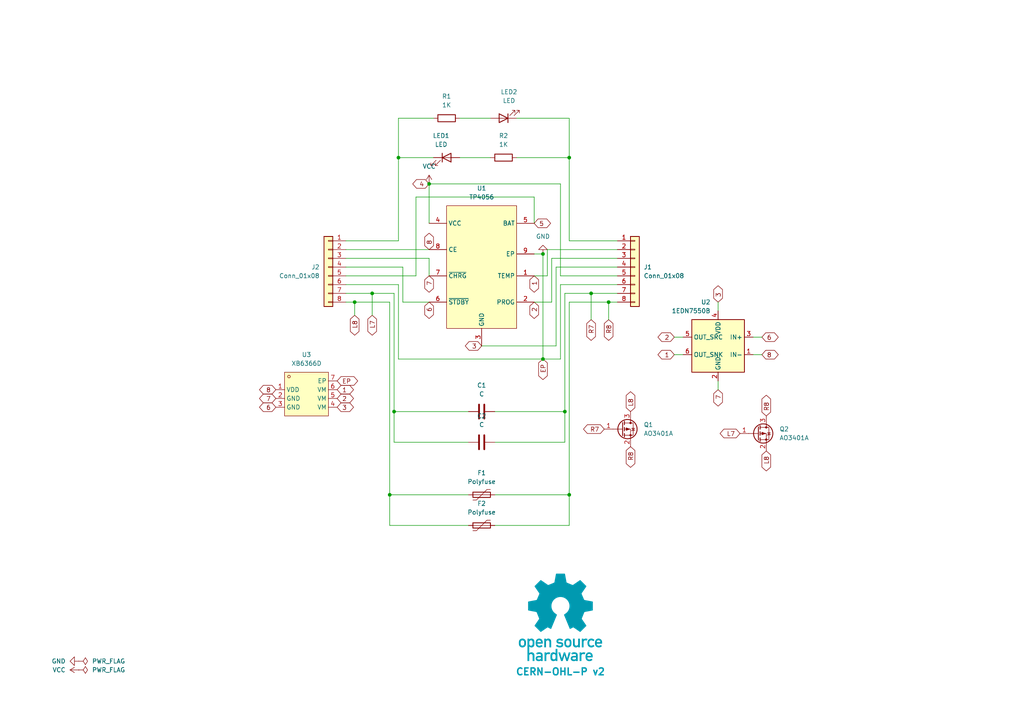
<source format=kicad_sch>
(kicad_sch (version 20231120) (generator "eeschema") (generator_version "8.0")
  (paper "A4")
  (lib_symbols
    (symbol "Connector_Generic:Conn_01x08" (pin_names (offset 1.016) hide)
      (property "Reference" "J" (at 0 10.16 0))
      (property "Value" "Conn_01x08" (at 0 -12.7 0))
      (symbol "Conn_01x08_1_1"
        (rectangle (start -1.27 -10.033) (end 0 -10.287) (stroke (width 0.1524)))
        (rectangle (start -1.27 -7.493) (end 0 -7.747) (stroke (width 0.1524)))
        (rectangle (start -1.27 -4.953) (end 0 -5.207) (stroke (width 0.1524)))
        (rectangle (start -1.27 -2.413) (end 0 -2.667) (stroke (width 0.1524)))
        (rectangle (start -1.27 0.127) (end 0 -0.127) (stroke (width 0.1524)))
        (rectangle (start -1.27 2.667) (end 0 2.413) (stroke (width 0.1524)))
        (rectangle (start -1.27 5.207) (end 0 4.953) (stroke (width 0.1524)))
        (rectangle (start -1.27 7.747) (end 0 7.493) (stroke (width 0.1524)))
        (rectangle (start -1.27 8.89) (end 1.27 -11.43) (stroke (width 0.254)) (fill (type background)))
        (pin passive line (at -5.08 7.62 0) (length 3.81) (name "Pin_1") (number "1"))
        (pin passive line (at -5.08 5.08 0) (length 3.81) (name "Pin_2") (number "2"))
        (pin passive line (at -5.08 2.54 0) (length 3.81) (name "Pin_3") (number "3"))
        (pin passive line (at -5.08 0 0) (length 3.81) (name "Pin_4") (number "4"))
        (pin passive line (at -5.08 -2.54 0) (length 3.81) (name "Pin_5") (number "5"))
        (pin passive line (at -5.08 -5.08 0) (length 3.81) (name "Pin_6") (number "6"))
        (pin passive line (at -5.08 -7.62 0) (length 3.81) (name "Pin_7") (number "7"))
        (pin passive line (at -5.08 -10.16 0) (length 3.81) (name "Pin_8") (number "8"))
      )
    )
    (symbol "Device:C" (pin_numbers hide) (pin_names (offset 0.254))
      (property "Reference" "C" (at 0.635 2.54 0))
      (property "Value" "C" (at 0.635 -2.54 0))
      (symbol "C_0_1"
        (polyline (pts (xy -2.032 -0.762) (xy 2.032 -0.762)) (stroke (width 0.508)))
        (polyline (pts (xy -2.032 0.762) (xy 2.032 0.762)) (stroke (width 0.508)))
      )
      (symbol "C_1_1"
        (pin passive line (at 0 3.81 270) (length 2.794) (name "~") (number "1"))
        (pin passive line (at 0 -3.81 90) (length 2.794) (name "~") (number "2"))
      )
    )
    (symbol "Device:LED" (pin_numbers hide) (pin_names (offset 1.016) hide)
      (property "Reference" "D" (at 0 2.54 0))
      (property "Value" "LED" (at 0 -2.54 0))
      (symbol "LED_0_1"
        (polyline (pts (xy -1.27 -1.27) (xy -1.27 1.27)) (stroke (width 0.254)))
        (polyline (pts (xy -1.27 0) (xy 1.27 0)))
        (polyline (pts (xy 1.27 -1.27) (xy 1.27 1.27) (xy -1.27 0) (xy 1.27 -1.27)) (stroke (width 0.254)))
        (polyline (pts (xy -3.048 -0.762) (xy -4.572 -2.286) (xy -3.81 -2.286) (xy -4.572 -2.286) (xy -4.572 -1.524)))
        (polyline (pts (xy -1.778 -0.762) (xy -3.302 -2.286) (xy -2.54 -2.286) (xy -3.302 -2.286) (xy -3.302 -1.524)))
      )
      (symbol "LED_1_1"
        (pin passive line (at -3.81 0 0) (length 2.54) (name "K") (number "1"))
        (pin passive line (at 3.81 0 180) (length 2.54) (name "A") (number "2"))
      )
    )
    (symbol "Device:Polyfuse" (pin_numbers hide) (pin_names (offset 0))
      (property "Reference" "F" (at -2.54 0 90))
      (property "Value" "Polyfuse" (at 2.54 0 90))
      (symbol "Polyfuse_0_1"
        (rectangle (start -0.762 2.54) (end 0.762 -2.54) (stroke (width 0.254)))
        (polyline (pts (xy 0 2.54) (xy 0 -2.54)))
        (polyline (pts (xy -1.524 2.54) (xy -1.524 1.524) (xy 1.524 -1.524) (xy 1.524 -2.54)))
      )
      (symbol "Polyfuse_1_1"
        (pin passive line (at 0 3.81 270) (length 1.27) (name "~") (number "1"))
        (pin passive line (at 0 -3.81 90) (length 1.27) (name "~") (number "2"))
      )
    )
    (symbol "Device:R" (pin_numbers hide) (pin_names (offset 0))
      (property "Reference" "R" (at 2.032 0 90))
      (property "Value" "R" (at 0 0 90))
      (symbol "R_0_1"
        (rectangle (start -1.016 -2.54) (end 1.016 2.54) (stroke (width 0.254)))
      )
      (symbol "R_1_1"
        (pin passive line (at 0 3.81 270) (length 1.27) (name "~") (number "1"))
        (pin passive line (at 0 -3.81 90) (length 1.27) (name "~") (number "2"))
      )
    )
    (symbol "Driver_FET:1EDN7550B"
      (property "Reference" "U" (at -7.62 8.89 0))
      (property "Value" "1EDN7550B" (at 1.27 8.89 0))
      (symbol "1EDN7550B_0_1"
        (rectangle (start -7.62 -7.62) (end 7.62 7.62) (stroke (width 0.254)) (fill (type background)))
      )
      (symbol "1EDN7550B_1_1"
        (pin input line (at -10.16 -2.54 0) (length 2.54) (name "IN-") (number "1"))
        (pin power_in line (at 0 -10.16 90) (length 2.54) (name "GND") (number "2"))
        (pin input line (at -10.16 2.54 0) (length 2.54) (name "IN+") (number "3"))
        (pin power_in line (at 0 10.16 270) (length 2.54) (name "VDD") (number "4"))
        (pin output line (at 10.16 2.54 180) (length 2.54) (name "OUT_SRC") (number "5"))
        (pin output line (at 10.16 -2.54 180) (length 2.54) (name "OUT_SNK") (number "6"))
      )
    )
    (symbol "Transistor_FET:AO3401A" (pin_names hide)
      (property "Reference" "Q" (at 5.08 1.905 0))
      (property "Value" "AO3401A" (at 5.08 0 0))
      (symbol "AO3401A_0_1"
        (polyline (pts (xy 0.254 0) (xy -2.54 0)))
        (polyline (pts (xy 0.254 1.905) (xy 0.254 -1.905)) (stroke (width 0.254)))
        (polyline (pts (xy 0.762 -1.27) (xy 0.762 -2.286)) (stroke (width 0.254)))
        (polyline (pts (xy 0.762 0.508) (xy 0.762 -0.508)) (stroke (width 0.254)))
        (polyline (pts (xy 0.762 2.286) (xy 0.762 1.27)) (stroke (width 0.254)))
        (polyline (pts (xy 2.54 2.54) (xy 2.54 1.778)))
        (polyline (pts (xy 2.54 -2.54) (xy 2.54 0) (xy 0.762 0)))
        (polyline (pts (xy 0.762 1.778) (xy 3.302 1.778) (xy 3.302 -1.778) (xy 0.762 -1.778)))
        (polyline (pts (xy 2.286 0) (xy 1.27 0.381) (xy 1.27 -0.381) (xy 2.286 0)) (fill (type outline)))
        (polyline (pts (xy 2.794 -0.508) (xy 2.921 -0.381) (xy 3.683 -0.381) (xy 3.81 -0.254)))
        (polyline (pts (xy 3.302 -0.381) (xy 2.921 0.254) (xy 3.683 0.254) (xy 3.302 -0.381)))
        (circle (center 1.651 0) (radius 2.794) (stroke (width 0.254)))
        (circle (center 2.54 -1.778) (radius 0.254) (fill (type outline)))
        (circle (center 2.54 1.778) (radius 0.254) (fill (type outline)))
      )
      (symbol "AO3401A_1_1"
        (pin input line (at -5.08 0 0) (length 2.54) (name "G") (number "1"))
        (pin passive line (at 2.54 -5.08 90) (length 2.54) (name "S") (number "2"))
        (pin passive line (at 2.54 5.08 270) (length 2.54) (name "D") (number "3"))
      )
    )
    (symbol "lcsc:TP4056"
      (property "Reference" "U" (at 0 20.32 0))
      (property "Value" "TP4056" (at 0 -25.4 0))
      (symbol "TP4056_0_1"
        (rectangle (start -10.16 20.32) (end 10.16 -15.24) (fill (type background)))
      )
      (symbol "TP4056_1_1"
        (pin input line (at 15.24 0 180) (length 5.08) (name "TEMP") (number "1"))
        (pin input line (at 15.24 -7.62 180) (length 5.08) (name "PROG") (number "2"))
        (pin power_in line (at 0 -20.32 90) (length 5.08) (name "GND") (number "3"))
        (pin power_in line (at -15.24 15.24 0) (length 5.08) (name "VCC") (number "4"))
        (pin power_out line (at 15.24 15.24 180) (length 5.08) (name "BAT") (number "5"))
        (pin open_collector line (at -15.24 -7.62 0) (length 5.08) (name "~{STDBY}") (number "6"))
        (pin open_collector line (at -15.24 0 0) (length 5.08) (name "~{CHRG}") (number "7"))
        (pin input line (at -15.24 7.62 0) (length 5.08) (name "CE") (number "8"))
        (pin power_in line (at 15.24 6.35 180) (length 5.08) (name "EP") (number "9"))
      )
    )
    (symbol "lcsc:XB6366D"
      (property "Reference" "U" (at 0 8.89 0))
      (property "Value" "XB6366D" (at 0 -8.89 0))
      (symbol "XB6366D_0_1"
        (rectangle (start -6.35 6.35) (end 6.35 -6.35) (fill (type background)))
        (circle (center -5.08 5.08) (radius 0.38))
      )
      (symbol "XB6366D_1_1"
        (pin input line (at -8.89 1.27 0) (length 2.54) (name "VDD") (number "1"))
        (pin input line (at -8.89 -1.27 0) (length 2.54) (name "GND") (number "2"))
        (pin input line (at -8.89 -3.81 0) (length 2.54) (name "GND") (number "3"))
        (pin input line (at 8.89 -3.81 180) (length 2.54) (name "VM") (number "4"))
        (pin input line (at 8.89 -1.27 180) (length 2.54) (name "VM") (number "5"))
        (pin input line (at 8.89 1.27 180) (length 2.54) (name "VM") (number "6"))
        (pin input line (at 8.89 3.81 180) (length 2.54) (name "EP") (number "7"))
      )
    )
    (symbol "power:GND" (power) (pin_numbers hide) (pin_names (offset 0) hide)
      (property "Value" "GND" (at 0 -3.81 0))
      (symbol "GND_0_1"
        (polyline (pts (xy 0 0) (xy 0 -1.27) (xy 1.27 -1.27) (xy 0 -2.54) (xy -1.27 -1.27) (xy 0 -1.27)))
      )
      (symbol "GND_1_1"
        (pin power_in line (at 0 0 270) (length 0) (name "~") (number "1"))
      )
    )
    (symbol "power:PWR_FLAG" (power) (pin_numbers hide) (pin_names (offset 0) hide)
      (property "Value" "PWR_FLAG" (at 0 3.81 0))
      (symbol "PWR_FLAG_0_0"
        (pin power_out line (at 0 0 90) (length 0) (name "~") (number "1"))
      )
      (symbol "PWR_FLAG_0_1"
        (polyline (pts (xy 0 0) (xy 0 1.27) (xy -1.016 1.905) (xy 0 2.54) (xy 1.016 1.905) (xy 0 1.27)))
      )
    )
    (symbol "power:VCC" (power) (pin_numbers hide) (pin_names (offset 0) hide)
      (property "Value" "VCC" (at 0 3.556 0))
      (symbol "VCC_0_1"
        (polyline (pts (xy -0.762 1.27) (xy 0 2.54)))
        (polyline (pts (xy 0 0) (xy 0 2.54)))
        (polyline (pts (xy 0 2.54) (xy 0.762 1.27)))
      )
      (symbol "VCC_1_1"
        (pin power_in line (at 0 0 90) (length 0) (name "~") (number "1"))
      )
    )
  )
  (junction (at 176.53 87.63))
  (junction (at 171.45 85.09))
  (junction (at 124.46 53.34))
  (junction (at 115.57 45.72))
  (junction (at 102.87 87.63))
  (junction (at 157.48 73.66))
  (junction (at 163.83 119.38))
  (junction (at 107.95 85.09))
  (junction (at 157.48 104.14))
  (junction (at 165.1 45.72))
  (junction (at 114.3 119.38))
  (junction (at 113.03 143.51))
  (junction (at 165.1 143.51))
  (wire (pts (xy 165.1 69.85) (xy 179.07 69.85)))
  (wire (pts (xy 208.28 110.49) (xy 208.28 113.03)))
  (wire (pts (xy 165.1 152.4) (xy 165.1 143.51)))
  (wire (pts (xy 149.86 45.72) (xy 165.1 45.72)))
  (wire (pts (xy 176.53 87.63) (xy 179.07 87.63)))
  (wire (pts (xy 100.33 85.09) (xy 107.95 85.09)))
  (wire (pts (xy 195.58 102.87) (xy 198.12 102.87)))
  (wire (pts (xy 154.94 80.01) (xy 158.75 80.01)))
  (wire (pts (xy 160.02 87.63) (xy 160.02 74.93)))
  (wire (pts (xy 135.89 152.4) (xy 113.03 152.4)))
  (wire (pts (xy 116.84 87.63) (xy 124.46 87.63)))
  (wire (pts (xy 208.28 87.63) (xy 208.28 90.17)))
  (wire (pts (xy 113.03 87.63) (xy 113.03 143.51)))
  (wire (pts (xy 160.02 74.93) (xy 179.07 74.93)))
  (wire (pts (xy 218.44 102.87) (xy 220.98 102.87)))
  (wire (pts (xy 143.51 119.38) (xy 163.83 119.38)))
  (wire (pts (xy 102.87 87.63) (xy 113.03 87.63)))
  (wire (pts (xy 162.56 80.01) (xy 162.56 53.34)))
  (wire (pts (xy 124.46 74.93) (xy 100.33 74.93)))
  (wire (pts (xy 171.45 85.09) (xy 179.07 85.09)))
  (wire (pts (xy 107.95 85.09) (xy 114.3 85.09)))
  (wire (pts (xy 163.83 119.38) (xy 163.83 128.27)))
  (wire (pts (xy 165.1 34.29) (xy 165.1 45.72)))
  (wire (pts (xy 124.46 80.01) (xy 124.46 74.93)))
  (wire (pts (xy 158.75 72.39) (xy 179.07 72.39)))
  (wire (pts (xy 135.89 128.27) (xy 114.3 128.27)))
  (wire (pts (xy 161.29 77.47) (xy 179.07 77.47)))
  (wire (pts (xy 115.57 104.14) (xy 157.48 104.14)))
  (wire (pts (xy 218.44 97.79) (xy 220.98 97.79)))
  (wire (pts (xy 165.1 143.51) (xy 165.1 87.63)))
  (wire (pts (xy 100.33 80.01) (xy 120.65 80.01)))
  (wire (pts (xy 133.35 45.72) (xy 142.24 45.72)))
  (wire (pts (xy 165.1 45.72) (xy 165.1 69.85)))
  (wire (pts (xy 115.57 45.72) (xy 115.57 69.85)))
  (wire (pts (xy 157.48 73.66) (xy 157.48 104.14)))
  (wire (pts (xy 195.58 97.79) (xy 198.12 97.79)))
  (wire (pts (xy 143.51 152.4) (xy 165.1 152.4)))
  (wire (pts (xy 154.94 57.15) (xy 120.65 57.15)))
  (wire (pts (xy 115.57 34.29) (xy 115.57 45.72)))
  (wire (pts (xy 143.51 128.27) (xy 163.83 128.27)))
  (wire (pts (xy 171.45 85.09) (xy 171.45 92.71)))
  (wire (pts (xy 162.56 53.34) (xy 124.46 53.34)))
  (wire (pts (xy 120.65 57.15) (xy 120.65 80.01)))
  (wire (pts (xy 135.89 119.38) (xy 114.3 119.38)))
  (wire (pts (xy 114.3 119.38) (xy 114.3 85.09)))
  (wire (pts (xy 100.33 69.85) (xy 115.57 69.85)))
  (wire (pts (xy 125.73 34.29) (xy 115.57 34.29)))
  (wire (pts (xy 116.84 77.47) (xy 116.84 87.63)))
  (wire (pts (xy 100.33 72.39) (xy 124.46 72.39)))
  (wire (pts (xy 157.48 104.14) (xy 162.56 104.14)))
  (wire (pts (xy 113.03 143.51) (xy 135.89 143.51)))
  (wire (pts (xy 100.33 77.47) (xy 116.84 77.47)))
  (wire (pts (xy 162.56 104.14) (xy 162.56 82.55)))
  (wire (pts (xy 100.33 82.55) (xy 115.57 82.55)))
  (wire (pts (xy 162.56 82.55) (xy 179.07 82.55)))
  (wire (pts (xy 113.03 152.4) (xy 113.03 143.51)))
  (wire (pts (xy 154.94 87.63) (xy 160.02 87.63)))
  (wire (pts (xy 115.57 82.55) (xy 115.57 104.14)))
  (wire (pts (xy 133.35 34.29) (xy 142.24 34.29)))
  (wire (pts (xy 176.53 87.63) (xy 176.53 92.71)))
  (wire (pts (xy 161.29 100.33) (xy 161.29 77.47)))
  (wire (pts (xy 114.3 119.38) (xy 114.3 128.27)))
  (wire (pts (xy 154.94 64.77) (xy 154.94 57.15)))
  (wire (pts (xy 163.83 85.09) (xy 171.45 85.09)))
  (wire (pts (xy 165.1 87.63) (xy 176.53 87.63)))
  (wire (pts (xy 107.95 85.09) (xy 107.95 91.44)))
  (wire (pts (xy 163.83 85.09) (xy 163.83 119.38)))
  (wire (pts (xy 124.46 53.34) (xy 124.46 64.77)))
  (wire (pts (xy 149.86 34.29) (xy 165.1 34.29)))
  (wire (pts (xy 139.7 100.33) (xy 161.29 100.33)))
  (wire (pts (xy 154.94 73.66) (xy 157.48 73.66)))
  (wire (pts (xy 100.33 87.63) (xy 102.87 87.63)))
  (wire (pts (xy 102.87 87.63) (xy 102.87 91.44)))
  (wire (pts (xy 143.51 143.51) (xy 165.1 143.51)))
  (wire (pts (xy 158.75 80.01) (xy 158.75 72.39)))
  (wire (pts (xy 125.73 45.72) (xy 115.57 45.72)))
  (wire (pts (xy 179.07 80.01) (xy 162.56 80.01)))
  (image (at 162.56 179.07) (scale 0.37481))
  (text "CERN-OHL-P v2" (at 162.56 195.072 0) (effects (font (size 2 2) (thickness 0.4) (bold yes))))
  (global_label "6" (shape bidirectional) (at 220.98 97.79 0) (property "Intersheetrefs" "${INTERSHEET_REFS}" (effects (hide yes))))
  (global_label "L8" (shape bidirectional) (at 182.88 119.38 90) (property "Intersheetrefs" "${INTERSHEET_REFS}" (effects (hide yes))))
  (global_label "7" (shape bidirectional) (at 208.28 113.03 270) (property "Intersheetrefs" "${INTERSHEET_REFS}" (effects (hide yes))))
  (global_label "7" (shape bidirectional) (at 124.46 80.01 270) (property "Intersheetrefs" "${INTERSHEET_REFS}" (effects (hide yes))))
  (global_label "2" (shape bidirectional) (at 154.94 87.63 270) (property "Intersheetrefs" "${INTERSHEET_REFS}" (effects (hide yes))))
  (global_label "8" (shape bidirectional) (at 80.01 113.03 180) (property "Intersheetrefs" "${INTERSHEET_REFS}" (effects (hide yes))))
  (global_label "L7" (shape bidirectional) (at 214.63 125.73 180) (property "Intersheetrefs" "${INTERSHEET_REFS}" (effects (hide yes))))
  (global_label "6" (shape bidirectional) (at 80.01 118.11 180) (property "Intersheetrefs" "${INTERSHEET_REFS}" (effects (hide yes))))
  (global_label "5" (shape bidirectional) (at 154.94 64.77 0) (property "Intersheetrefs" "${INTERSHEET_REFS}" (effects (hide yes))))
  (global_label "7" (shape bidirectional) (at 80.01 115.57 180) (property "Intersheetrefs" "${INTERSHEET_REFS}" (effects (hide yes))))
  (global_label "R7" (shape bidirectional) (at 171.45 92.71 270) (property "Intersheetrefs" "${INTERSHEET_REFS}" (effects (hide yes))))
  (global_label "2" (shape bidirectional) (at 195.58 97.79 180) (property "Intersheetrefs" "${INTERSHEET_REFS}" (effects (hide yes))))
  (global_label "R8" (shape bidirectional) (at 222.25 120.65 90) (property "Intersheetrefs" "${INTERSHEET_REFS}" (effects (hide yes))))
  (global_label "4" (shape bidirectional) (at 124.46 53.34 180) (property "Intersheetrefs" "${INTERSHEET_REFS}" (effects (hide yes))))
  (global_label "L8" (shape bidirectional) (at 222.25 130.81 270) (property "Intersheetrefs" "${INTERSHEET_REFS}" (effects (hide yes))))
  (global_label "1" (shape bidirectional) (at 97.79 113.03 0) (property "Intersheetrefs" "${INTERSHEET_REFS}" (effects (hide yes))))
  (global_label "3" (shape bidirectional) (at 97.79 118.11 0) (property "Intersheetrefs" "${INTERSHEET_REFS}" (effects (hide yes))))
  (global_label "3" (shape bidirectional) (at 139.7 100.33 180) (property "Intersheetrefs" "${INTERSHEET_REFS}" (effects (hide yes))))
  (global_label "6" (shape bidirectional) (at 124.46 87.63 270) (property "Intersheetrefs" "${INTERSHEET_REFS}" (effects (hide yes))))
  (global_label "EP" (shape bidirectional) (at 157.48 104.14 270) (property "Intersheetrefs" "${INTERSHEET_REFS}" (effects (hide yes))))
  (global_label "8" (shape bidirectional) (at 220.98 102.87 0) (property "Intersheetrefs" "${INTERSHEET_REFS}" (effects (hide yes))))
  (global_label "EP" (shape bidirectional) (at 97.79 110.49 0) (property "Intersheetrefs" "${INTERSHEET_REFS}" (effects (hide yes))))
  (global_label "1" (shape bidirectional) (at 195.58 102.87 180) (property "Intersheetrefs" "${INTERSHEET_REFS}" (effects (hide yes))))
  (global_label "L8" (shape bidirectional) (at 102.87 91.44 270) (property "Intersheetrefs" "${INTERSHEET_REFS}" (effects (hide yes))))
  (global_label "R8" (shape bidirectional) (at 182.88 129.54 270) (property "Intersheetrefs" "${INTERSHEET_REFS}" (effects (hide yes))))
  (global_label "R8" (shape bidirectional) (at 176.53 92.71 270) (property "Intersheetrefs" "${INTERSHEET_REFS}" (effects (hide yes))))
  (global_label "8" (shape bidirectional) (at 124.46 72.39 90) (property "Intersheetrefs" "${INTERSHEET_REFS}" (effects (hide yes))))
  (global_label "L7" (shape bidirectional) (at 107.95 91.44 270) (property "Intersheetrefs" "${INTERSHEET_REFS}" (effects (hide yes))))
  (global_label "R7" (shape bidirectional) (at 175.26 124.46 180) (property "Intersheetrefs" "${INTERSHEET_REFS}" (effects (hide yes))))
  (global_label "2" (shape bidirectional) (at 97.79 115.57 0) (property "Intersheetrefs" "${INTERSHEET_REFS}" (effects (hide yes))))
  (global_label "3" (shape bidirectional) (at 208.28 87.63 90) (property "Intersheetrefs" "${INTERSHEET_REFS}" (effects (hide yes))))
  (global_label "1" (shape bidirectional) (at 154.94 80.01 270) (property "Intersheetrefs" "${INTERSHEET_REFS}" (effects (hide yes))))
  (symbol (lib_id "Transistor_FET:AO3401A") (at 219.71 125.73 0) (unit 1)
    (property "Reference" "Q2" (at 226.06 124.4599 0) (effects (justify left)))
    (property "Value" "AO3401A" (at 226.06 126.9999 0) (effects (justify left)))
    (property "Footprint" "Package_TO_SOT_SMD:SOT-23" (effects (hide yes)))
    (property "Datasheet" "http://www.aosmd.com/pdfs/datasheet/AO3401A.pdf" (effects (hide yes)))
    (property "Description" "-4.0A Id, -30V Vds, P-Channel MOSFET, SOT-23" (effects (hide yes)))
  )
  (symbol (lib_id "Connector_Generic:Conn_01x08") (at 184.15 77.47 0) (unit 1)
    (property "Reference" "J1" (at 186.69 77.4699 0) (effects (justify left)))
    (property "Value" "Conn_01x08" (at 186.69 80.0099 0) (effects (justify left)))
    (property "Footprint" "custom:PinHeader_1x08_P2.54mm_Vertical_simple" (effects (hide yes)))
    (property "Description" "Generic connector, single row, 01x08, script generated (kicad-library-utils/schlib/autogen/connector/)" (effects (hide yes)))
  )
  (symbol (lib_id "Device:C") (at 139.7 128.27 90) (unit 1)
    (property "Reference" "C2" (at 139.7 120.65 90))
    (property "Value" "C" (at 139.7 123.19 90))
    (property "Footprint" "Capacitor_SMD:C_0805_2012Metric_Pad1.18x1.45mm_HandSolder" (effects (hide yes)))
    (property "Description" "Unpolarized capacitor" (effects (hide yes)))
  )
  (symbol (lib_id "Device:R") (at 146.05 45.72 270) (unit 1)
    (property "Reference" "R2" (at 146.05 39.37 90))
    (property "Value" "1K" (at 146.05 41.91 90))
    (property "Footprint" "Resistor_SMD:R_0805_2012Metric_Pad1.20x1.40mm_HandSolder" (effects (hide yes)))
    (property "Description" "Resistor" (effects (hide yes)))
  )
  (symbol (lib_id "Driver_FET:1EDN7550B") (at 208.28 100.33 0) (mirror y) (unit 1)
    (property "Reference" "U2" (at 206.0859 87.63 0) (effects (justify left)))
    (property "Value" "1EDN7550B" (at 206.0859 90.17 0) (effects (justify left)))
    (property "Footprint" "Package_TO_SOT_SMD:SOT-23-6" (effects (hide yes)))
    (property "Datasheet" "https://www.infineon.com/dgdl/Infineon-1EDN7550B-DS-v02_00-EN.pdf?fileId=5546d46262b31d2e01635d9799ef264f" (effects (hide yes)))
    (property "Description" "Single-Channel EiceDRIVER With True Differential Inputs, 4V UVLO, +4/-8A, SOT-23-6" (effects (hide yes)))
  )
  (symbol (lib_id "power:VCC") (at 22.86 194.31 90) (unit 1)
    (property "Reference" "#PWR01" (effects (hide yes)))
    (property "Value" "VCC" (at 19.05 194.3099 90) (effects (justify left)))
    (property "Description" "Power symbol creates a global label with name \"VCC\"" (effects (hide yes)))
  )
  (symbol (lib_id "lcsc:TP4056") (at 139.7 80.01 0) (unit 1)
    (property "Reference" "U1" (at 139.7 54.61 0))
    (property "Value" "TP4056" (at 139.7 57.15 0))
    (property "Footprint" "custom:SOIC-8-1EP_3.9x4.9mm_P1.27mm_EP2.41x3.3mm_ThermalVias_CustomVias_Large" (effects (hide yes)))
    (property "Datasheet" "https://lcsc.com/product-detail/PMIC-Battery-Management_TP4056_C16581.html" (effects (hide yes)))
    (property "LCSC Part" "C16581" (effects (hide yes)))
    (property "JLCPCB_CORRECTION" "0; 0; 270" (effects (hide yes)))
  )
  (symbol (lib_id "power:PWR_FLAG") (at 22.86 191.77 270) (unit 1)
    (property "Reference" "#FLG01" (effects (hide yes)))
    (property "Value" "PWR_FLAG" (at 26.67 191.7699 90) (effects (justify left)))
    (property "Description" "Special symbol for telling ERC where power comes from" (effects (hide yes)))
  )
  (symbol (lib_id "Transistor_FET:AO3401A") (at 180.34 124.46 0) (unit 1)
    (property "Reference" "Q1" (at 186.69 123.1899 0) (effects (justify left)))
    (property "Value" "AO3401A" (at 186.69 125.7299 0) (effects (justify left)))
    (property "Footprint" "Package_TO_SOT_SMD:SOT-23" (effects (hide yes)))
    (property "Datasheet" "http://www.aosmd.com/pdfs/datasheet/AO3401A.pdf" (effects (hide yes)))
    (property "Description" "-4.0A Id, -30V Vds, P-Channel MOSFET, SOT-23" (effects (hide yes)))
  )
  (symbol (lib_id "Device:LED") (at 146.05 34.29 180) (unit 1)
    (property "Reference" "LED2" (at 147.6375 26.67 0))
    (property "Value" "LED" (at 147.6375 29.21 0))
    (property "Footprint" "custom:LED_0805_2012Metric_Pad1.15x1.40mm_HandSolder_simple" (effects (hide yes)))
    (property "Description" "Light emitting diode" (effects (hide yes)))
  )
  (symbol (lib_id "power:VCC") (at 124.46 53.34 0) (unit 1)
    (property "Reference" "#PWR03" (effects (hide yes)))
    (property "Value" "VCC" (at 124.46 48.26 0))
    (property "Description" "Power symbol creates a global label with name \"VCC\"" (effects (hide yes)))
  )
  (symbol (lib_id "Connector_Generic:Conn_01x08") (at 95.25 77.47 0) (mirror y) (unit 1)
    (property "Reference" "J2" (at 92.71 77.4699 0) (effects (justify left)))
    (property "Value" "Conn_01x08" (at 92.71 80.0099 0) (effects (justify left)))
    (property "Footprint" "custom:PinHeader_1x08_P2.54mm_Vertical_simple" (effects (hide yes)))
    (property "Description" "Generic connector, single row, 01x08, script generated (kicad-library-utils/schlib/autogen/connector/)" (effects (hide yes)))
  )
  (symbol (lib_id "lcsc:XB6366D") (at 88.9 114.3 0) (unit 1)
    (property "Reference" "U3" (at 88.9 102.87 0))
    (property "Value" "XB6366D" (at 88.9 105.41 0))
    (property "Footprint" "custom:DFN-6_L2.0-W2.0-P0.65-BL-EP_ThermalVias_HandSolder" (effects (hide yes)))
    (property "LCSC Part" "C2760016" (effects (hide yes)))
  )
  (symbol (lib_id "power:PWR_FLAG") (at 22.86 194.31 270) (unit 1)
    (property "Reference" "#FLG02" (effects (hide yes)))
    (property "Value" "PWR_FLAG" (at 26.67 194.3099 90) (effects (justify left)))
    (property "Description" "Special symbol for telling ERC where power comes from" (effects (hide yes)))
  )
  (symbol (lib_id "Device:Polyfuse") (at 139.7 143.51 90) (unit 1)
    (property "Reference" "F1" (at 139.7 137.16 90))
    (property "Value" "Polyfuse" (at 139.7 139.7 90))
    (property "Footprint" "Fuse:Fuse_1206_3216Metric_Pad1.42x1.75mm_HandSolder" (effects (hide yes)))
    (property "Description" "Resettable fuse, polymeric positive temperature coefficient" (effects (hide yes)))
  )
  (symbol (lib_id "power:GND") (at 157.48 73.66 180) (unit 1)
    (property "Reference" "#PWR04" (effects (hide yes)))
    (property "Value" "GND" (at 157.48 68.58 0))
    (property "Description" "Power symbol creates a global label with name \"GND\" , ground" (effects (hide yes)))
  )
  (symbol (lib_id "Device:Polyfuse") (at 139.7 152.4 90) (unit 1)
    (property "Reference" "F2" (at 139.7 146.05 90))
    (property "Value" "Polyfuse" (at 139.7 148.59 90))
    (property "Footprint" "Fuse:Fuse_1206_3216Metric_Pad1.42x1.75mm_HandSolder" (effects (hide yes)))
    (property "Description" "Resettable fuse, polymeric positive temperature coefficient" (effects (hide yes)))
  )
  (symbol (lib_id "Device:R") (at 129.54 34.29 90) (unit 1)
    (property "Reference" "R1" (at 129.54 27.94 90))
    (property "Value" "1K" (at 129.54 30.48 90))
    (property "Footprint" "Resistor_SMD:R_0805_2012Metric_Pad1.20x1.40mm_HandSolder" (effects (hide yes)))
    (property "Description" "Resistor" (effects (hide yes)))
  )
  (symbol (lib_id "power:GND") (at 22.86 191.77 270) (unit 1)
    (property "Reference" "#PWR02" (effects (hide yes)))
    (property "Value" "GND" (at 19.05 191.7699 90) (effects (justify right)))
    (property "Description" "Power symbol creates a global label with name \"GND\" , ground" (effects (hide yes)))
  )
  (symbol (lib_id "Device:LED") (at 129.54 45.72 0) (unit 1)
    (property "Reference" "LED1" (at 127.9525 39.37 0))
    (property "Value" "LED" (at 127.9525 41.91 0))
    (property "Footprint" "custom:LED_0805_2012Metric_Pad1.15x1.40mm_HandSolder_simple" (effects (hide yes)))
    (property "Description" "Light emitting diode" (effects (hide yes)))
  )
  (symbol (lib_id "Device:C") (at 139.7 119.38 90) (unit 1)
    (property "Reference" "C1" (at 139.7 111.76 90))
    (property "Value" "C" (at 139.7 114.3 90))
    (property "Footprint" "Capacitor_SMD:C_0805_2012Metric_Pad1.18x1.45mm_HandSolder" (effects (hide yes)))
    (property "Description" "Unpolarized capacitor" (effects (hide yes)))
  )
)
</source>
